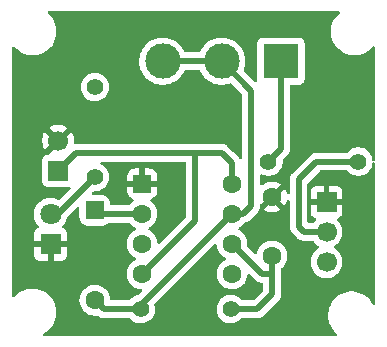
<source format=gbr>
%TF.GenerationSoftware,KiCad,Pcbnew,9.0.7*%
%TF.CreationDate,2026-01-30T20:24:23+05:30*%
%TF.ProjectId,Servo motor tester,53657276-6f20-46d6-9f74-6f7220746573,rev?*%
%TF.SameCoordinates,Original*%
%TF.FileFunction,Copper,L2,Bot*%
%TF.FilePolarity,Positive*%
%FSLAX46Y46*%
G04 Gerber Fmt 4.6, Leading zero omitted, Abs format (unit mm)*
G04 Created by KiCad (PCBNEW 9.0.7) date 2026-01-30 20:24:23*
%MOMM*%
%LPD*%
G01*
G04 APERTURE LIST*
G04 Aperture macros list*
%AMRoundRect*
0 Rectangle with rounded corners*
0 $1 Rounding radius*
0 $2 $3 $4 $5 $6 $7 $8 $9 X,Y pos of 4 corners*
0 Add a 4 corners polygon primitive as box body*
4,1,4,$2,$3,$4,$5,$6,$7,$8,$9,$2,$3,0*
0 Add four circle primitives for the rounded corners*
1,1,$1+$1,$2,$3*
1,1,$1+$1,$4,$5*
1,1,$1+$1,$6,$7*
1,1,$1+$1,$8,$9*
0 Add four rect primitives between the rounded corners*
20,1,$1+$1,$2,$3,$4,$5,0*
20,1,$1+$1,$4,$5,$6,$7,0*
20,1,$1+$1,$6,$7,$8,$9,0*
20,1,$1+$1,$8,$9,$2,$3,0*%
G04 Aperture macros list end*
%TA.AperFunction,ComponentPad*%
%ADD10C,3.000000*%
%TD*%
%TA.AperFunction,ComponentPad*%
%ADD11R,3.000000X3.000000*%
%TD*%
%TA.AperFunction,ComponentPad*%
%ADD12RoundRect,0.250000X-0.550000X-0.550000X0.550000X-0.550000X0.550000X0.550000X-0.550000X0.550000X0*%
%TD*%
%TA.AperFunction,ComponentPad*%
%ADD13C,1.600000*%
%TD*%
%TA.AperFunction,ComponentPad*%
%ADD14C,1.400000*%
%TD*%
%TA.AperFunction,ComponentPad*%
%ADD15R,1.700000X1.700000*%
%TD*%
%TA.AperFunction,ComponentPad*%
%ADD16C,1.700000*%
%TD*%
%TA.AperFunction,ComponentPad*%
%ADD17R,1.800000X1.800000*%
%TD*%
%TA.AperFunction,ComponentPad*%
%ADD18C,1.800000*%
%TD*%
%TA.AperFunction,ComponentPad*%
%ADD19RoundRect,0.250000X-0.550000X0.550000X-0.550000X-0.550000X0.550000X-0.550000X0.550000X0.550000X0*%
%TD*%
%TA.AperFunction,Conductor*%
%ADD20C,0.500000*%
%TD*%
G04 APERTURE END LIST*
D10*
%TO.P,RV1,3,3*%
%TO.N,Net-(D1-A)*%
X122500000Y-69000000D03*
%TO.P,RV1,2,2*%
X127500000Y-69000000D03*
D11*
%TO.P,RV1,1,1*%
%TO.N,Net-(R2-Pad1)*%
X132500000Y-69000000D03*
%TD*%
D12*
%TO.P,U1,1,GND*%
%TO.N,GND*%
X120750000Y-79380000D03*
D13*
%TO.P,U1,2,TRIG*%
%TO.N,Net-(D1-K)*%
X120750000Y-81920000D03*
%TO.P,U1,3,OUT*%
%TO.N,/SIG*%
X120750000Y-84460000D03*
%TO.P,U1,4,~{RST}*%
%TO.N,/VCC*%
X120750000Y-87000000D03*
%TO.P,U1,5,CONT*%
%TO.N,unconnected-(U1-CONT-Pad5)*%
X128370000Y-87000000D03*
%TO.P,U1,6,THRES*%
%TO.N,Net-(D1-K)*%
X128370000Y-84460000D03*
%TO.P,U1,7,DISCH*%
%TO.N,Net-(D1-A)*%
X128370000Y-81920000D03*
%TO.P,U1,8,VCC*%
%TO.N,/VCC*%
X128370000Y-79380000D03*
%TD*%
D14*
%TO.P,R3,2*%
%TO.N,Net-(D2-A)*%
X116750000Y-78810000D03*
%TO.P,R3,1*%
%TO.N,/VCC*%
X116750000Y-71190000D03*
%TD*%
%TO.P,R2,1*%
%TO.N,Net-(R2-Pad1)*%
X131440000Y-77500000D03*
%TO.P,R2,2*%
%TO.N,/VCC*%
X139060000Y-77500000D03*
%TD*%
%TO.P,R1,1*%
%TO.N,Net-(D1-A)*%
X120630000Y-90000000D03*
%TO.P,R1,2*%
%TO.N,Net-(D1-K)*%
X128250000Y-90000000D03*
%TD*%
D15*
%TO.P,J2,1,Pin_1*%
%TO.N,GND*%
X136365000Y-80920000D03*
D16*
%TO.P,J2,2,Pin_2*%
%TO.N,/VCC*%
X136365000Y-83460000D03*
%TO.P,J2,3,Pin_3*%
%TO.N,/SIG*%
X136365000Y-86000000D03*
%TD*%
D15*
%TO.P,J1,1,Pin_1*%
%TO.N,/VCC*%
X113635000Y-78275000D03*
D16*
%TO.P,J1,2,Pin_2*%
%TO.N,GND*%
X113635000Y-75735000D03*
%TD*%
D17*
%TO.P,D2,1,K*%
%TO.N,GND*%
X113000000Y-84500000D03*
D18*
%TO.P,D2,2,A*%
%TO.N,Net-(D2-A)*%
X113000000Y-81960000D03*
%TD*%
D19*
%TO.P,D1,1,K*%
%TO.N,Net-(D1-K)*%
X116750000Y-81630000D03*
D13*
%TO.P,D1,2,A*%
%TO.N,Net-(D1-A)*%
X116750000Y-89250000D03*
%TD*%
%TO.P,C1,1*%
%TO.N,Net-(D1-K)*%
X131750000Y-85500000D03*
%TO.P,C1,2*%
%TO.N,GND*%
X131750000Y-80500000D03*
%TD*%
D20*
%TO.N,Net-(D1-A)*%
X130000000Y-71500000D02*
X127500000Y-69000000D01*
X130000000Y-81250000D02*
X130000000Y-71500000D01*
X129330000Y-81920000D02*
X130000000Y-81250000D01*
X128370000Y-81920000D02*
X129330000Y-81920000D01*
X122500000Y-69000000D02*
X127500000Y-69000000D01*
X120630000Y-89660000D02*
X120630000Y-90000000D01*
X128370000Y-81920000D02*
X120630000Y-89660000D01*
%TO.N,Net-(D1-K)*%
X130910000Y-87000000D02*
X131750000Y-87000000D01*
X128370000Y-84460000D02*
X130910000Y-87000000D01*
X131750000Y-87000000D02*
X131750000Y-88750000D01*
%TO.N,/VCC*%
X125250000Y-82500000D02*
X125250000Y-76750000D01*
X120750000Y-87000000D02*
X125250000Y-82500000D01*
X125250000Y-76750000D02*
X115160000Y-76750000D01*
X115160000Y-76750000D02*
X113635000Y-78275000D01*
X128370000Y-77620000D02*
X127500000Y-76750000D01*
X127500000Y-76750000D02*
X125250000Y-76750000D01*
X128370000Y-79380000D02*
X128370000Y-77620000D01*
%TO.N,Net-(D2-A)*%
X113600000Y-81960000D02*
X113000000Y-81960000D01*
X116750000Y-78810000D02*
X113600000Y-81960000D01*
%TO.N,Net-(D1-K)*%
X117040000Y-81920000D02*
X116750000Y-81630000D01*
X120750000Y-81920000D02*
X117040000Y-81920000D01*
%TO.N,Net-(D1-A)*%
X117500000Y-90000000D02*
X116750000Y-89250000D01*
X120630000Y-90000000D02*
X117500000Y-90000000D01*
%TO.N,Net-(D1-K)*%
X130500000Y-90000000D02*
X128250000Y-90000000D01*
X131750000Y-88750000D02*
X130500000Y-90000000D01*
X131750000Y-85500000D02*
X131750000Y-87000000D01*
%TO.N,/VCC*%
X135500000Y-77500000D02*
X139060000Y-77500000D01*
X134000000Y-79000000D02*
X135500000Y-77500000D01*
X134460000Y-83460000D02*
X134000000Y-83000000D01*
X134000000Y-83000000D02*
X134000000Y-79000000D01*
X136365000Y-83460000D02*
X134460000Y-83460000D01*
%TO.N,Net-(R2-Pad1)*%
X132500000Y-76440000D02*
X131440000Y-77500000D01*
X132500000Y-69000000D02*
X132500000Y-76440000D01*
%TD*%
%TA.AperFunction,Conductor*%
%TO.N,GND*%
G36*
X137445561Y-64770185D02*
G01*
X137491316Y-64822989D01*
X137501260Y-64892147D01*
X137472235Y-64955703D01*
X137454015Y-64972869D01*
X137428149Y-64992718D01*
X137428139Y-64992726D01*
X137242726Y-65178140D01*
X137242718Y-65178148D01*
X137083075Y-65386196D01*
X136951958Y-65613299D01*
X136951953Y-65613309D01*
X136851605Y-65855571D01*
X136851602Y-65855581D01*
X136783730Y-66108885D01*
X136749500Y-66368872D01*
X136749500Y-66631127D01*
X136770436Y-66790140D01*
X136783730Y-66891116D01*
X136851076Y-67142455D01*
X136851602Y-67144418D01*
X136851605Y-67144428D01*
X136951953Y-67386690D01*
X136951958Y-67386700D01*
X137083075Y-67613803D01*
X137242718Y-67821851D01*
X137242726Y-67821860D01*
X137428140Y-68007274D01*
X137428148Y-68007281D01*
X137636196Y-68166924D01*
X137863299Y-68298041D01*
X137863309Y-68298046D01*
X138105571Y-68398394D01*
X138105581Y-68398398D01*
X138358884Y-68466270D01*
X138618880Y-68500500D01*
X138618887Y-68500500D01*
X138881113Y-68500500D01*
X138881120Y-68500500D01*
X139141116Y-68466270D01*
X139394419Y-68398398D01*
X139636697Y-68298043D01*
X139863803Y-68166924D01*
X140071851Y-68007282D01*
X140071855Y-68007277D01*
X140071860Y-68007274D01*
X140257273Y-67821860D01*
X140257282Y-67821851D01*
X140277126Y-67795988D01*
X140333552Y-67754789D01*
X140403298Y-67750634D01*
X140464219Y-67784847D01*
X140496971Y-67846564D01*
X140499500Y-67871478D01*
X140499500Y-77338933D01*
X140479815Y-77405972D01*
X140427011Y-77451727D01*
X140357853Y-77461671D01*
X140294297Y-77432646D01*
X140256523Y-77373868D01*
X140253027Y-77358331D01*
X140230940Y-77218881D01*
X140181738Y-77067455D01*
X140172547Y-77039168D01*
X140172545Y-77039165D01*
X140172545Y-77039163D01*
X140112677Y-76921666D01*
X140086760Y-76870801D01*
X139975690Y-76717927D01*
X139842073Y-76584310D01*
X139689199Y-76473240D01*
X139520836Y-76387454D01*
X139341118Y-76329059D01*
X139154486Y-76299500D01*
X139154481Y-76299500D01*
X138965519Y-76299500D01*
X138965514Y-76299500D01*
X138778881Y-76329059D01*
X138599163Y-76387454D01*
X138430800Y-76473240D01*
X138343579Y-76536610D01*
X138277927Y-76584310D01*
X138277925Y-76584312D01*
X138277924Y-76584312D01*
X138149056Y-76713181D01*
X138087733Y-76746666D01*
X138061375Y-76749500D01*
X135426080Y-76749500D01*
X135281092Y-76778340D01*
X135281082Y-76778343D01*
X135144511Y-76834912D01*
X135144498Y-76834919D01*
X135021584Y-76917048D01*
X135021580Y-76917051D01*
X133417052Y-78521578D01*
X133417049Y-78521581D01*
X133386812Y-78566834D01*
X133386813Y-78566835D01*
X133334913Y-78644508D01*
X133278343Y-78781082D01*
X133278340Y-78781092D01*
X133249500Y-78926079D01*
X133249500Y-80125191D01*
X133229815Y-80192230D01*
X133177011Y-80237985D01*
X133107853Y-80247929D01*
X133044297Y-80218904D01*
X133007569Y-80163510D01*
X132954755Y-80000968D01*
X132861859Y-79818650D01*
X132829474Y-79774077D01*
X132829474Y-79774076D01*
X132150000Y-80453551D01*
X132150000Y-80447339D01*
X132122741Y-80345606D01*
X132070080Y-80254394D01*
X131995606Y-80179920D01*
X131904394Y-80127259D01*
X131802661Y-80100000D01*
X131796446Y-80100000D01*
X132475922Y-79420524D01*
X132475921Y-79420523D01*
X132431359Y-79388147D01*
X132431350Y-79388141D01*
X132249031Y-79295244D01*
X132054417Y-79232009D01*
X131852317Y-79200000D01*
X131647683Y-79200000D01*
X131445582Y-79232009D01*
X131250968Y-79295244D01*
X131068647Y-79388142D01*
X130947385Y-79476244D01*
X130881579Y-79499724D01*
X130813525Y-79483898D01*
X130764830Y-79433793D01*
X130750500Y-79375926D01*
X130750500Y-78698384D01*
X130770185Y-78631345D01*
X130822989Y-78585590D01*
X130892147Y-78575646D01*
X130930794Y-78587899D01*
X130948002Y-78596667D01*
X130979161Y-78612544D01*
X130979164Y-78612544D01*
X130979168Y-78612547D01*
X131103291Y-78652877D01*
X131158881Y-78670940D01*
X131345514Y-78700500D01*
X131345519Y-78700500D01*
X131534486Y-78700500D01*
X131721118Y-78670940D01*
X131900832Y-78612547D01*
X132069199Y-78526760D01*
X132222073Y-78415690D01*
X132355690Y-78282073D01*
X132466760Y-78129199D01*
X132552547Y-77960832D01*
X132610940Y-77781118D01*
X132618247Y-77734985D01*
X132640500Y-77594486D01*
X132640500Y-77412228D01*
X132660185Y-77345189D01*
X132676819Y-77324547D01*
X132859783Y-77141584D01*
X133082951Y-76918416D01*
X133165084Y-76795495D01*
X133221658Y-76658913D01*
X133231096Y-76611462D01*
X133250500Y-76513920D01*
X133250500Y-71124499D01*
X133270185Y-71057460D01*
X133322989Y-71011705D01*
X133374500Y-71000499D01*
X134047871Y-71000499D01*
X134047872Y-71000499D01*
X134107483Y-70994091D01*
X134242331Y-70943796D01*
X134357546Y-70857546D01*
X134443796Y-70742331D01*
X134494091Y-70607483D01*
X134500500Y-70547873D01*
X134500499Y-67452128D01*
X134494091Y-67392517D01*
X134491921Y-67386700D01*
X134443797Y-67257671D01*
X134443793Y-67257664D01*
X134357547Y-67142455D01*
X134357544Y-67142452D01*
X134242335Y-67056206D01*
X134242328Y-67056202D01*
X134107482Y-67005908D01*
X134107483Y-67005908D01*
X134047883Y-66999501D01*
X134047881Y-66999500D01*
X134047873Y-66999500D01*
X134047864Y-66999500D01*
X130952129Y-66999500D01*
X130952123Y-66999501D01*
X130892516Y-67005908D01*
X130757671Y-67056202D01*
X130757664Y-67056206D01*
X130642455Y-67142452D01*
X130642452Y-67142455D01*
X130556206Y-67257664D01*
X130556202Y-67257671D01*
X130505908Y-67392517D01*
X130499501Y-67452116D01*
X130499501Y-67452123D01*
X130499500Y-67452135D01*
X130499500Y-70547870D01*
X130499501Y-70547876D01*
X130505909Y-70607485D01*
X130507207Y-70610966D01*
X130507413Y-70613851D01*
X130507692Y-70615031D01*
X130507500Y-70615076D01*
X130512188Y-70680658D01*
X130478699Y-70741979D01*
X130417374Y-70775461D01*
X130347683Y-70770472D01*
X130303342Y-70741974D01*
X129400570Y-69839202D01*
X129367085Y-69777879D01*
X129372069Y-69708187D01*
X129373690Y-69704068D01*
X129398398Y-69644419D01*
X129466270Y-69391116D01*
X129500500Y-69131120D01*
X129500500Y-68868880D01*
X129466270Y-68608884D01*
X129398398Y-68355581D01*
X129346304Y-68229815D01*
X129298046Y-68113309D01*
X129298041Y-68113299D01*
X129166924Y-67886196D01*
X129007281Y-67678148D01*
X129007274Y-67678140D01*
X128821860Y-67492726D01*
X128821851Y-67492718D01*
X128613803Y-67333075D01*
X128386700Y-67201958D01*
X128386690Y-67201953D01*
X128144428Y-67101605D01*
X128144421Y-67101603D01*
X128144419Y-67101602D01*
X127891116Y-67033730D01*
X127833339Y-67026123D01*
X127631127Y-66999500D01*
X127631120Y-66999500D01*
X127368880Y-66999500D01*
X127368872Y-66999500D01*
X127137772Y-67029926D01*
X127108884Y-67033730D01*
X126855581Y-67101602D01*
X126855571Y-67101605D01*
X126613309Y-67201953D01*
X126613299Y-67201958D01*
X126386196Y-67333075D01*
X126178148Y-67492718D01*
X125992718Y-67678148D01*
X125833075Y-67886196D01*
X125701958Y-68113299D01*
X125701954Y-68113309D01*
X125677249Y-68172953D01*
X125633408Y-68227356D01*
X125567114Y-68249421D01*
X125562688Y-68249500D01*
X124437312Y-68249500D01*
X124370273Y-68229815D01*
X124324518Y-68177011D01*
X124322751Y-68172953D01*
X124298045Y-68113309D01*
X124298041Y-68113299D01*
X124166924Y-67886196D01*
X124007281Y-67678148D01*
X124007274Y-67678140D01*
X123821860Y-67492726D01*
X123821851Y-67492718D01*
X123613803Y-67333075D01*
X123386700Y-67201958D01*
X123386690Y-67201953D01*
X123144428Y-67101605D01*
X123144421Y-67101603D01*
X123144419Y-67101602D01*
X122891116Y-67033730D01*
X122833339Y-67026123D01*
X122631127Y-66999500D01*
X122631120Y-66999500D01*
X122368880Y-66999500D01*
X122368872Y-66999500D01*
X122137772Y-67029926D01*
X122108884Y-67033730D01*
X121855581Y-67101602D01*
X121855571Y-67101605D01*
X121613309Y-67201953D01*
X121613299Y-67201958D01*
X121386196Y-67333075D01*
X121178148Y-67492718D01*
X120992718Y-67678148D01*
X120833075Y-67886196D01*
X120701958Y-68113299D01*
X120701953Y-68113309D01*
X120601605Y-68355571D01*
X120601602Y-68355581D01*
X120571944Y-68466269D01*
X120533730Y-68608885D01*
X120499500Y-68868872D01*
X120499500Y-69131127D01*
X120526123Y-69333339D01*
X120533730Y-69391116D01*
X120601602Y-69644418D01*
X120601605Y-69644428D01*
X120701953Y-69886690D01*
X120701958Y-69886700D01*
X120833075Y-70113803D01*
X120992718Y-70321851D01*
X120992726Y-70321860D01*
X121178140Y-70507274D01*
X121178148Y-70507281D01*
X121386196Y-70666924D01*
X121613299Y-70798041D01*
X121613309Y-70798046D01*
X121853403Y-70897496D01*
X121855581Y-70898398D01*
X122108884Y-70966270D01*
X122357188Y-70998960D01*
X122368864Y-71000498D01*
X122368880Y-71000500D01*
X122368887Y-71000500D01*
X122631113Y-71000500D01*
X122631120Y-71000500D01*
X122891116Y-70966270D01*
X123144419Y-70898398D01*
X123386697Y-70798043D01*
X123613803Y-70666924D01*
X123821851Y-70507282D01*
X123821855Y-70507277D01*
X123821860Y-70507274D01*
X124007274Y-70321860D01*
X124007277Y-70321855D01*
X124007282Y-70321851D01*
X124166924Y-70113803D01*
X124298043Y-69886697D01*
X124322751Y-69827047D01*
X124366592Y-69772644D01*
X124432886Y-69750579D01*
X124437312Y-69750500D01*
X125562688Y-69750500D01*
X125629727Y-69770185D01*
X125675482Y-69822989D01*
X125677249Y-69827047D01*
X125701954Y-69886690D01*
X125701958Y-69886700D01*
X125833075Y-70113803D01*
X125992718Y-70321851D01*
X125992726Y-70321860D01*
X126178140Y-70507274D01*
X126178148Y-70507281D01*
X126386196Y-70666924D01*
X126613299Y-70798041D01*
X126613309Y-70798046D01*
X126853403Y-70897496D01*
X126855581Y-70898398D01*
X127108884Y-70966270D01*
X127357188Y-70998960D01*
X127368864Y-71000498D01*
X127368880Y-71000500D01*
X127368887Y-71000500D01*
X127631113Y-71000500D01*
X127631120Y-71000500D01*
X127891116Y-70966270D01*
X128144419Y-70898398D01*
X128204068Y-70873689D01*
X128273537Y-70866221D01*
X128336016Y-70897496D01*
X128339202Y-70900570D01*
X129213181Y-71774549D01*
X129246666Y-71835872D01*
X129249500Y-71862230D01*
X129249500Y-77176627D01*
X129229815Y-77243666D01*
X129177011Y-77289421D01*
X129107853Y-77299365D01*
X129044297Y-77270340D01*
X129022399Y-77245519D01*
X128980405Y-77182672D01*
X128980404Y-77182670D01*
X128971252Y-77168974D01*
X128952952Y-77141584D01*
X128470275Y-76658907D01*
X127978421Y-76167052D01*
X127978414Y-76167046D01*
X127904729Y-76117812D01*
X127904729Y-76117813D01*
X127855491Y-76084913D01*
X127718917Y-76028343D01*
X127718907Y-76028340D01*
X127573920Y-75999500D01*
X127573918Y-75999500D01*
X125323918Y-75999500D01*
X115105120Y-75999500D01*
X115038081Y-75979815D01*
X114992326Y-75927011D01*
X114982382Y-75857853D01*
X114982647Y-75856102D01*
X114985000Y-75841245D01*
X114985000Y-75628753D01*
X114951757Y-75418872D01*
X114951757Y-75418869D01*
X114886095Y-75216782D01*
X114789624Y-75027449D01*
X114750270Y-74973282D01*
X114750269Y-74973282D01*
X114117962Y-75605590D01*
X114100925Y-75542007D01*
X114035099Y-75427993D01*
X113942007Y-75334901D01*
X113827993Y-75269075D01*
X113764409Y-75252037D01*
X114396716Y-74619728D01*
X114342550Y-74580375D01*
X114153217Y-74483904D01*
X113951129Y-74418242D01*
X113741246Y-74385000D01*
X113528754Y-74385000D01*
X113318872Y-74418242D01*
X113318869Y-74418242D01*
X113116782Y-74483904D01*
X112927439Y-74580380D01*
X112873282Y-74619727D01*
X112873282Y-74619728D01*
X113505591Y-75252037D01*
X113442007Y-75269075D01*
X113327993Y-75334901D01*
X113234901Y-75427993D01*
X113169075Y-75542007D01*
X113152037Y-75605591D01*
X112519728Y-74973282D01*
X112519727Y-74973282D01*
X112480380Y-75027439D01*
X112383904Y-75216782D01*
X112318242Y-75418869D01*
X112318242Y-75418872D01*
X112285000Y-75628753D01*
X112285000Y-75841246D01*
X112318242Y-76051127D01*
X112318242Y-76051130D01*
X112383904Y-76253217D01*
X112480375Y-76442550D01*
X112519728Y-76496716D01*
X113152037Y-75864408D01*
X113169075Y-75927993D01*
X113234901Y-76042007D01*
X113327993Y-76135099D01*
X113442007Y-76200925D01*
X113505590Y-76217962D01*
X112835370Y-76888181D01*
X112774047Y-76921666D01*
X112747698Y-76924500D01*
X112737134Y-76924500D01*
X112737123Y-76924501D01*
X112677516Y-76930908D01*
X112542671Y-76981202D01*
X112542664Y-76981206D01*
X112427455Y-77067452D01*
X112427452Y-77067455D01*
X112341206Y-77182664D01*
X112341203Y-77182670D01*
X112290908Y-77317517D01*
X112284501Y-77377116D01*
X112284500Y-77377135D01*
X112284500Y-79172870D01*
X112284501Y-79172876D01*
X112290908Y-79232483D01*
X112341202Y-79367328D01*
X112341206Y-79367335D01*
X112427452Y-79482544D01*
X112427455Y-79482547D01*
X112542664Y-79568793D01*
X112542671Y-79568797D01*
X112677517Y-79619091D01*
X112677516Y-79619091D01*
X112684444Y-79619835D01*
X112737127Y-79625500D01*
X114532872Y-79625499D01*
X114532875Y-79625498D01*
X114532885Y-79625498D01*
X114552309Y-79623409D01*
X114564638Y-79622084D01*
X114633398Y-79634488D01*
X114684536Y-79682098D01*
X114701816Y-79749797D01*
X114679752Y-79816092D01*
X114665576Y-79833054D01*
X113799332Y-80699298D01*
X113738009Y-80732783D01*
X113668317Y-80727799D01*
X113655356Y-80722102D01*
X113537606Y-80662104D01*
X113537603Y-80662103D01*
X113327952Y-80593985D01*
X113219086Y-80576742D01*
X113110222Y-80559500D01*
X112889778Y-80559500D01*
X112817201Y-80570995D01*
X112672047Y-80593985D01*
X112462396Y-80662103D01*
X112462393Y-80662104D01*
X112265974Y-80762187D01*
X112087641Y-80891752D01*
X112087636Y-80891756D01*
X111931756Y-81047636D01*
X111931752Y-81047641D01*
X111802187Y-81225974D01*
X111702104Y-81422393D01*
X111702103Y-81422396D01*
X111633985Y-81632047D01*
X111599500Y-81849778D01*
X111599500Y-82070221D01*
X111633985Y-82287952D01*
X111702103Y-82497603D01*
X111702104Y-82497606D01*
X111755098Y-82601610D01*
X111800041Y-82689815D01*
X111802187Y-82694025D01*
X111931752Y-82872358D01*
X111931756Y-82872363D01*
X111982316Y-82922923D01*
X112015801Y-82984246D01*
X112010817Y-83053938D01*
X111968945Y-83109871D01*
X111937969Y-83126785D01*
X111857918Y-83156643D01*
X111857906Y-83156649D01*
X111742812Y-83242809D01*
X111742809Y-83242812D01*
X111656649Y-83357906D01*
X111656645Y-83357913D01*
X111606403Y-83492620D01*
X111606401Y-83492627D01*
X111600000Y-83552155D01*
X111600000Y-84250000D01*
X112624722Y-84250000D01*
X112580667Y-84326306D01*
X112550000Y-84440756D01*
X112550000Y-84559244D01*
X112580667Y-84673694D01*
X112624722Y-84750000D01*
X111600000Y-84750000D01*
X111600000Y-85447844D01*
X111606401Y-85507372D01*
X111606403Y-85507379D01*
X111656645Y-85642086D01*
X111656649Y-85642093D01*
X111742809Y-85757187D01*
X111742812Y-85757190D01*
X111857906Y-85843350D01*
X111857913Y-85843354D01*
X111992620Y-85893596D01*
X111992627Y-85893598D01*
X112052155Y-85899999D01*
X112052172Y-85900000D01*
X112750000Y-85900000D01*
X112750000Y-84875277D01*
X112826306Y-84919333D01*
X112940756Y-84950000D01*
X113059244Y-84950000D01*
X113173694Y-84919333D01*
X113250000Y-84875277D01*
X113250000Y-85900000D01*
X113947828Y-85900000D01*
X113947844Y-85899999D01*
X114007372Y-85893598D01*
X114007379Y-85893596D01*
X114142086Y-85843354D01*
X114142093Y-85843350D01*
X114257187Y-85757190D01*
X114257190Y-85757187D01*
X114343350Y-85642093D01*
X114343354Y-85642086D01*
X114393596Y-85507379D01*
X114393598Y-85507372D01*
X114399999Y-85447844D01*
X114400000Y-85447827D01*
X114400000Y-84750000D01*
X113375278Y-84750000D01*
X113419333Y-84673694D01*
X113450000Y-84559244D01*
X113450000Y-84440756D01*
X113419333Y-84326306D01*
X113375278Y-84250000D01*
X114400000Y-84250000D01*
X114400000Y-83552172D01*
X114399999Y-83552155D01*
X114393598Y-83492627D01*
X114393596Y-83492620D01*
X114343354Y-83357913D01*
X114343350Y-83357906D01*
X114257190Y-83242812D01*
X114257187Y-83242809D01*
X114142093Y-83156649D01*
X114142087Y-83156646D01*
X114062030Y-83126786D01*
X114006097Y-83084914D01*
X113981680Y-83019450D01*
X113996532Y-82951177D01*
X114017681Y-82922925D01*
X114068242Y-82872365D01*
X114197815Y-82694022D01*
X114297895Y-82497606D01*
X114323364Y-82419219D01*
X114366015Y-82287952D01*
X114367153Y-82283212D01*
X114368449Y-82283523D01*
X114395772Y-82225881D01*
X114400623Y-82220743D01*
X115237821Y-81383545D01*
X115299142Y-81350062D01*
X115368834Y-81355046D01*
X115424767Y-81396918D01*
X115449184Y-81462382D01*
X115449500Y-81471228D01*
X115449500Y-82230001D01*
X115449501Y-82230019D01*
X115460000Y-82332796D01*
X115460001Y-82332799D01*
X115515185Y-82499331D01*
X115515187Y-82499336D01*
X115542087Y-82542948D01*
X115607288Y-82648656D01*
X115731344Y-82772712D01*
X115880666Y-82864814D01*
X116047203Y-82919999D01*
X116149991Y-82930500D01*
X117350008Y-82930499D01*
X117452797Y-82919999D01*
X117619334Y-82864814D01*
X117768656Y-82772712D01*
X117834549Y-82706819D01*
X117895872Y-82673334D01*
X117922230Y-82670500D01*
X119624582Y-82670500D01*
X119691621Y-82690185D01*
X119724900Y-82721615D01*
X119758028Y-82767212D01*
X119758032Y-82767217D01*
X119902786Y-82911971D01*
X120050721Y-83019450D01*
X120068390Y-83032287D01*
X120150099Y-83073920D01*
X120161080Y-83079515D01*
X120211876Y-83127490D01*
X120228671Y-83195311D01*
X120206134Y-83261446D01*
X120161080Y-83300485D01*
X120068386Y-83347715D01*
X119902786Y-83468028D01*
X119758028Y-83612786D01*
X119637715Y-83778386D01*
X119544781Y-83960776D01*
X119481522Y-84155465D01*
X119449500Y-84357648D01*
X119449500Y-84562351D01*
X119481522Y-84764534D01*
X119544781Y-84959223D01*
X119637715Y-85141613D01*
X119758028Y-85307213D01*
X119902786Y-85451971D01*
X120057749Y-85564556D01*
X120068390Y-85572287D01*
X120127396Y-85602352D01*
X120161080Y-85619515D01*
X120211876Y-85667490D01*
X120228671Y-85735311D01*
X120206134Y-85801446D01*
X120161080Y-85840485D01*
X120068386Y-85887715D01*
X119902786Y-86008028D01*
X119758028Y-86152786D01*
X119637715Y-86318386D01*
X119544781Y-86500776D01*
X119481522Y-86695465D01*
X119449500Y-86897648D01*
X119449500Y-87102351D01*
X119481522Y-87304534D01*
X119544781Y-87499223D01*
X119637715Y-87681613D01*
X119758028Y-87847213D01*
X119902786Y-87991971D01*
X120057749Y-88104556D01*
X120068390Y-88112287D01*
X120184607Y-88171503D01*
X120250776Y-88205218D01*
X120250778Y-88205218D01*
X120250781Y-88205220D01*
X120445466Y-88268477D01*
X120647648Y-88300500D01*
X120647652Y-88300500D01*
X120649414Y-88300779D01*
X120712548Y-88330708D01*
X120749480Y-88390019D01*
X120748482Y-88459882D01*
X120717697Y-88510933D01*
X120437600Y-88791030D01*
X120376277Y-88824515D01*
X120369322Y-88825822D01*
X120348882Y-88829060D01*
X120169165Y-88887454D01*
X120000800Y-88973240D01*
X119913579Y-89036610D01*
X119847927Y-89084310D01*
X119847925Y-89084312D01*
X119847924Y-89084312D01*
X119719056Y-89213181D01*
X119657733Y-89246666D01*
X119631375Y-89249500D01*
X118172537Y-89249500D01*
X118105498Y-89229815D01*
X118059743Y-89177011D01*
X118050064Y-89144898D01*
X118048686Y-89136196D01*
X118018477Y-88945466D01*
X117955220Y-88750781D01*
X117955218Y-88750778D01*
X117955218Y-88750776D01*
X117921503Y-88684607D01*
X117862287Y-88568390D01*
X117837105Y-88533730D01*
X117741971Y-88402786D01*
X117597213Y-88258028D01*
X117431613Y-88137715D01*
X117431612Y-88137714D01*
X117431610Y-88137713D01*
X117374653Y-88108691D01*
X117249223Y-88044781D01*
X117054534Y-87981522D01*
X116879995Y-87953878D01*
X116852352Y-87949500D01*
X116647648Y-87949500D01*
X116623329Y-87953351D01*
X116445465Y-87981522D01*
X116250776Y-88044781D01*
X116068386Y-88137715D01*
X115902786Y-88258028D01*
X115758028Y-88402786D01*
X115637715Y-88568386D01*
X115544781Y-88750776D01*
X115481522Y-88945465D01*
X115456177Y-89105490D01*
X115449500Y-89147648D01*
X115449500Y-89352352D01*
X115452061Y-89368520D01*
X115481522Y-89554534D01*
X115544781Y-89749223D01*
X115637715Y-89931613D01*
X115758028Y-90097213D01*
X115902786Y-90241971D01*
X116048681Y-90347968D01*
X116068390Y-90362287D01*
X116146394Y-90402032D01*
X116250776Y-90455218D01*
X116250778Y-90455218D01*
X116250781Y-90455220D01*
X116355137Y-90489127D01*
X116445465Y-90518477D01*
X116529564Y-90531797D01*
X116647648Y-90550500D01*
X116647649Y-90550500D01*
X116852350Y-90550500D01*
X116852352Y-90550500D01*
X116908026Y-90541681D01*
X116977318Y-90550635D01*
X117015105Y-90576473D01*
X117021580Y-90582948D01*
X117021584Y-90582951D01*
X117144498Y-90665080D01*
X117144511Y-90665087D01*
X117279887Y-90721161D01*
X117281087Y-90721658D01*
X117281091Y-90721658D01*
X117281092Y-90721659D01*
X117426079Y-90750500D01*
X117426082Y-90750500D01*
X119631375Y-90750500D01*
X119698414Y-90770185D01*
X119719056Y-90786819D01*
X119847927Y-90915690D01*
X120000801Y-91026760D01*
X120080347Y-91067290D01*
X120169163Y-91112545D01*
X120169165Y-91112545D01*
X120169168Y-91112547D01*
X120235427Y-91134076D01*
X120348881Y-91170940D01*
X120535514Y-91200500D01*
X120535519Y-91200500D01*
X120724486Y-91200500D01*
X120911118Y-91170940D01*
X121090832Y-91112547D01*
X121259199Y-91026760D01*
X121412073Y-90915690D01*
X121545690Y-90782073D01*
X121656760Y-90629199D01*
X121742547Y-90460832D01*
X121800940Y-90281118D01*
X121826636Y-90118880D01*
X121830500Y-90094486D01*
X121830500Y-89905513D01*
X121805745Y-89749223D01*
X121800940Y-89718882D01*
X121783108Y-89664004D01*
X121781114Y-89594166D01*
X121813357Y-89538009D01*
X126859068Y-84492298D01*
X126920389Y-84458815D01*
X126990081Y-84463799D01*
X127046014Y-84505671D01*
X127069220Y-84560583D01*
X127101522Y-84764534D01*
X127164781Y-84959223D01*
X127257715Y-85141613D01*
X127378028Y-85307213D01*
X127522786Y-85451971D01*
X127677749Y-85564556D01*
X127688390Y-85572287D01*
X127747396Y-85602352D01*
X127781080Y-85619515D01*
X127831876Y-85667490D01*
X127848671Y-85735311D01*
X127826134Y-85801446D01*
X127781080Y-85840485D01*
X127688386Y-85887715D01*
X127522786Y-86008028D01*
X127378028Y-86152786D01*
X127257715Y-86318386D01*
X127164781Y-86500776D01*
X127101522Y-86695465D01*
X127069500Y-86897648D01*
X127069500Y-87102351D01*
X127101522Y-87304534D01*
X127164781Y-87499223D01*
X127257715Y-87681613D01*
X127378028Y-87847213D01*
X127522786Y-87991971D01*
X127677749Y-88104556D01*
X127688390Y-88112287D01*
X127804607Y-88171503D01*
X127870776Y-88205218D01*
X127870778Y-88205218D01*
X127870781Y-88205220D01*
X127975137Y-88239127D01*
X128065465Y-88268477D01*
X128161768Y-88283730D01*
X128267648Y-88300500D01*
X128267649Y-88300500D01*
X128472351Y-88300500D01*
X128472352Y-88300500D01*
X128674534Y-88268477D01*
X128869219Y-88205220D01*
X129051610Y-88112287D01*
X129144590Y-88044732D01*
X129217213Y-87991971D01*
X129217215Y-87991968D01*
X129217219Y-87991966D01*
X129361966Y-87847219D01*
X129361968Y-87847215D01*
X129361971Y-87847213D01*
X129432236Y-87750500D01*
X129482287Y-87681610D01*
X129575220Y-87499219D01*
X129638477Y-87304534D01*
X129670500Y-87102352D01*
X129670500Y-87102345D01*
X129670779Y-87100584D01*
X129700708Y-87037449D01*
X129760019Y-87000517D01*
X129829882Y-87001515D01*
X129880933Y-87032300D01*
X130327048Y-87478415D01*
X130327049Y-87478416D01*
X130431584Y-87582951D01*
X130431585Y-87582952D01*
X130554498Y-87665080D01*
X130554511Y-87665087D01*
X130691082Y-87721656D01*
X130691087Y-87721658D01*
X130691091Y-87721658D01*
X130691092Y-87721659D01*
X130836079Y-87750500D01*
X130836082Y-87750500D01*
X130875500Y-87750500D01*
X130942539Y-87770185D01*
X130988294Y-87822989D01*
X130999500Y-87874500D01*
X130999500Y-88387770D01*
X130979815Y-88454809D01*
X130963181Y-88475451D01*
X130225451Y-89213181D01*
X130164128Y-89246666D01*
X130137770Y-89249500D01*
X129248625Y-89249500D01*
X129181586Y-89229815D01*
X129160944Y-89213181D01*
X129032075Y-89084312D01*
X129032073Y-89084310D01*
X128879199Y-88973240D01*
X128870695Y-88968907D01*
X128710836Y-88887454D01*
X128531118Y-88829059D01*
X128344486Y-88799500D01*
X128344481Y-88799500D01*
X128155519Y-88799500D01*
X128155514Y-88799500D01*
X127968881Y-88829059D01*
X127789163Y-88887454D01*
X127620800Y-88973240D01*
X127533579Y-89036610D01*
X127467927Y-89084310D01*
X127467925Y-89084312D01*
X127467924Y-89084312D01*
X127334312Y-89217924D01*
X127334312Y-89217925D01*
X127334310Y-89217927D01*
X127289776Y-89279223D01*
X127223240Y-89370800D01*
X127137454Y-89539163D01*
X127079059Y-89718881D01*
X127049500Y-89905513D01*
X127049500Y-90094486D01*
X127079059Y-90281118D01*
X127137454Y-90460836D01*
X127207327Y-90597968D01*
X127223240Y-90629199D01*
X127334310Y-90782073D01*
X127467927Y-90915690D01*
X127620801Y-91026760D01*
X127700347Y-91067290D01*
X127789163Y-91112545D01*
X127789165Y-91112545D01*
X127789168Y-91112547D01*
X127855427Y-91134076D01*
X127968881Y-91170940D01*
X128155514Y-91200500D01*
X128155519Y-91200500D01*
X128344486Y-91200500D01*
X128531118Y-91170940D01*
X128710832Y-91112547D01*
X128879199Y-91026760D01*
X129032073Y-90915690D01*
X129160944Y-90786819D01*
X129222267Y-90753334D01*
X129248625Y-90750500D01*
X130573920Y-90750500D01*
X130671462Y-90731096D01*
X130718913Y-90721658D01*
X130855495Y-90665084D01*
X130909201Y-90629199D01*
X130909201Y-90629198D01*
X130909203Y-90629198D01*
X130955942Y-90597968D01*
X130978416Y-90582952D01*
X132332952Y-89228416D01*
X132343131Y-89213181D01*
X132386917Y-89147650D01*
X132386918Y-89147648D01*
X132415084Y-89105495D01*
X132471658Y-88968913D01*
X132489639Y-88878521D01*
X132500500Y-88823920D01*
X132500500Y-86625416D01*
X132520185Y-86558377D01*
X132551613Y-86525099D01*
X132597219Y-86491966D01*
X132741966Y-86347219D01*
X132741968Y-86347215D01*
X132741971Y-86347213D01*
X132794732Y-86274590D01*
X132862287Y-86181610D01*
X132955220Y-85999219D01*
X133018477Y-85804534D01*
X133050500Y-85602352D01*
X133050500Y-85397648D01*
X133033795Y-85292179D01*
X133018477Y-85195465D01*
X132955218Y-85000776D01*
X132883534Y-84860090D01*
X132862287Y-84818390D01*
X132843486Y-84792512D01*
X132741971Y-84652786D01*
X132597213Y-84508028D01*
X132431613Y-84387715D01*
X132431612Y-84387714D01*
X132431610Y-84387713D01*
X132337560Y-84339792D01*
X132249223Y-84294781D01*
X132054534Y-84231522D01*
X131879995Y-84203878D01*
X131852352Y-84199500D01*
X131647648Y-84199500D01*
X131623329Y-84203351D01*
X131445465Y-84231522D01*
X131250776Y-84294781D01*
X131068386Y-84387715D01*
X130902786Y-84508028D01*
X130758028Y-84652786D01*
X130637715Y-84818386D01*
X130544781Y-85000776D01*
X130481523Y-85195464D01*
X130476566Y-85226762D01*
X130446636Y-85289896D01*
X130387325Y-85326827D01*
X130317462Y-85325829D01*
X130266412Y-85295044D01*
X129696473Y-84725106D01*
X129662988Y-84663783D01*
X129661681Y-84618028D01*
X129670500Y-84562352D01*
X129670500Y-84357648D01*
X129653450Y-84250000D01*
X129638477Y-84155465D01*
X129580949Y-83978414D01*
X129575220Y-83960781D01*
X129575218Y-83960778D01*
X129575218Y-83960776D01*
X129541503Y-83894607D01*
X129482287Y-83778390D01*
X129474556Y-83767749D01*
X129361971Y-83612786D01*
X129217213Y-83468028D01*
X129051614Y-83347715D01*
X129009025Y-83326015D01*
X128958917Y-83300483D01*
X128908123Y-83252511D01*
X128891328Y-83184690D01*
X128913865Y-83118555D01*
X128958917Y-83079516D01*
X129051610Y-83032287D01*
X129072770Y-83016913D01*
X129217213Y-82911971D01*
X129217215Y-82911968D01*
X129217219Y-82911966D01*
X129361966Y-82767219D01*
X129408493Y-82703177D01*
X129463821Y-82660513D01*
X129484608Y-82654448D01*
X129548913Y-82641658D01*
X129685495Y-82585084D01*
X129748552Y-82542951D01*
X129808416Y-82502952D01*
X130582951Y-81728416D01*
X130601211Y-81701088D01*
X130665084Y-81605495D01*
X130721658Y-81468913D01*
X130750500Y-81323918D01*
X130750500Y-81197308D01*
X130770185Y-81130269D01*
X130786819Y-81109627D01*
X131350000Y-80546446D01*
X131350000Y-80552661D01*
X131377259Y-80654394D01*
X131429920Y-80745606D01*
X131504394Y-80820080D01*
X131595606Y-80872741D01*
X131697339Y-80900000D01*
X131703553Y-80900000D01*
X131024076Y-81579474D01*
X131068650Y-81611859D01*
X131250968Y-81704755D01*
X131445582Y-81767990D01*
X131647683Y-81800000D01*
X131852317Y-81800000D01*
X132054417Y-81767990D01*
X132249031Y-81704755D01*
X132431349Y-81611859D01*
X132475921Y-81579474D01*
X131796447Y-80900000D01*
X131802661Y-80900000D01*
X131904394Y-80872741D01*
X131995606Y-80820080D01*
X132070080Y-80745606D01*
X132122741Y-80654394D01*
X132150000Y-80552661D01*
X132150000Y-80546448D01*
X132829474Y-81225922D01*
X132829474Y-81225921D01*
X132861859Y-81181349D01*
X132954754Y-80999031D01*
X133007569Y-80836489D01*
X133047007Y-80778814D01*
X133111366Y-80751616D01*
X133180212Y-80763531D01*
X133231688Y-80810775D01*
X133249500Y-80874808D01*
X133249500Y-83073918D01*
X133249500Y-83073920D01*
X133249499Y-83073920D01*
X133278340Y-83218907D01*
X133278343Y-83218917D01*
X133334913Y-83355490D01*
X133334915Y-83355493D01*
X133334916Y-83355495D01*
X133345203Y-83370890D01*
X133355355Y-83386084D01*
X133417045Y-83478414D01*
X133417049Y-83478418D01*
X133877049Y-83938416D01*
X133981584Y-84042951D01*
X133981585Y-84042952D01*
X134104498Y-84125080D01*
X134104511Y-84125087D01*
X134207669Y-84167816D01*
X134241087Y-84181658D01*
X134241091Y-84181658D01*
X134241092Y-84181659D01*
X134386079Y-84210500D01*
X134386082Y-84210500D01*
X135177779Y-84210500D01*
X135244818Y-84230185D01*
X135278097Y-84261615D01*
X135334892Y-84339788D01*
X135485213Y-84490109D01*
X135657182Y-84615050D01*
X135665946Y-84619516D01*
X135716742Y-84667491D01*
X135733536Y-84735312D01*
X135710998Y-84801447D01*
X135665946Y-84840484D01*
X135657182Y-84844949D01*
X135485213Y-84969890D01*
X135334890Y-85120213D01*
X135209951Y-85292179D01*
X135113444Y-85481585D01*
X135047753Y-85683760D01*
X135022477Y-85843350D01*
X135014500Y-85893713D01*
X135014500Y-86106287D01*
X135047754Y-86316243D01*
X135107714Y-86500781D01*
X135113444Y-86518414D01*
X135209951Y-86707820D01*
X135334890Y-86879786D01*
X135485213Y-87030109D01*
X135657179Y-87155048D01*
X135657181Y-87155049D01*
X135657184Y-87155051D01*
X135846588Y-87251557D01*
X136048757Y-87317246D01*
X136258713Y-87350500D01*
X136258714Y-87350500D01*
X136471286Y-87350500D01*
X136471287Y-87350500D01*
X136681243Y-87317246D01*
X136883412Y-87251557D01*
X137072816Y-87155051D01*
X137094789Y-87139086D01*
X137244786Y-87030109D01*
X137244788Y-87030106D01*
X137244792Y-87030104D01*
X137395104Y-86879792D01*
X137395106Y-86879788D01*
X137395109Y-86879786D01*
X137520048Y-86707820D01*
X137520047Y-86707820D01*
X137520051Y-86707816D01*
X137616557Y-86518412D01*
X137682246Y-86316243D01*
X137715500Y-86106287D01*
X137715500Y-85893713D01*
X137682246Y-85683757D01*
X137616557Y-85481588D01*
X137520051Y-85292184D01*
X137520049Y-85292181D01*
X137520048Y-85292179D01*
X137395109Y-85120213D01*
X137244786Y-84969890D01*
X137072820Y-84844951D01*
X137072115Y-84844591D01*
X137064054Y-84840485D01*
X137013259Y-84792512D01*
X136996463Y-84724692D01*
X137018999Y-84658556D01*
X137064054Y-84619515D01*
X137072816Y-84615051D01*
X137094789Y-84599086D01*
X137244786Y-84490109D01*
X137244788Y-84490106D01*
X137244792Y-84490104D01*
X137395104Y-84339792D01*
X137395106Y-84339788D01*
X137395109Y-84339786D01*
X137520048Y-84167820D01*
X137520047Y-84167820D01*
X137520051Y-84167816D01*
X137616557Y-83978412D01*
X137682246Y-83776243D01*
X137715500Y-83566287D01*
X137715500Y-83353713D01*
X137682246Y-83143757D01*
X137616557Y-82941588D01*
X137520051Y-82752184D01*
X137520049Y-82752181D01*
X137520048Y-82752179D01*
X137395109Y-82580213D01*
X137281181Y-82466285D01*
X137247696Y-82404962D01*
X137252680Y-82335270D01*
X137294552Y-82279337D01*
X137325529Y-82262422D01*
X137457086Y-82213354D01*
X137457093Y-82213350D01*
X137572187Y-82127190D01*
X137572190Y-82127187D01*
X137658350Y-82012093D01*
X137658354Y-82012086D01*
X137708596Y-81877379D01*
X137708598Y-81877372D01*
X137714999Y-81817844D01*
X137715000Y-81817827D01*
X137715000Y-81170000D01*
X136798012Y-81170000D01*
X136830925Y-81112993D01*
X136865000Y-80985826D01*
X136865000Y-80854174D01*
X136830925Y-80727007D01*
X136798012Y-80670000D01*
X137715000Y-80670000D01*
X137715000Y-80022172D01*
X137714999Y-80022155D01*
X137708598Y-79962627D01*
X137708596Y-79962620D01*
X137658354Y-79827913D01*
X137658350Y-79827906D01*
X137572190Y-79712812D01*
X137572187Y-79712809D01*
X137457093Y-79626649D01*
X137457086Y-79626645D01*
X137322379Y-79576403D01*
X137322372Y-79576401D01*
X137262844Y-79570000D01*
X136615000Y-79570000D01*
X136615000Y-80486988D01*
X136557993Y-80454075D01*
X136430826Y-80420000D01*
X136299174Y-80420000D01*
X136172007Y-80454075D01*
X136115000Y-80486988D01*
X136115000Y-79570000D01*
X135467155Y-79570000D01*
X135407627Y-79576401D01*
X135407620Y-79576403D01*
X135272913Y-79626645D01*
X135272906Y-79626649D01*
X135157812Y-79712809D01*
X135157809Y-79712812D01*
X135071649Y-79827906D01*
X135071645Y-79827913D01*
X135021403Y-79962620D01*
X135021401Y-79962627D01*
X135015000Y-80022155D01*
X135015000Y-80670000D01*
X135931988Y-80670000D01*
X135899075Y-80727007D01*
X135865000Y-80854174D01*
X135865000Y-80985826D01*
X135899075Y-81112993D01*
X135931988Y-81170000D01*
X135015000Y-81170000D01*
X135015000Y-81817844D01*
X135021401Y-81877372D01*
X135021403Y-81877379D01*
X135071645Y-82012086D01*
X135071649Y-82012093D01*
X135157809Y-82127187D01*
X135157812Y-82127190D01*
X135272906Y-82213350D01*
X135272913Y-82213354D01*
X135404470Y-82262422D01*
X135460404Y-82304293D01*
X135484821Y-82369758D01*
X135469969Y-82438031D01*
X135448819Y-82466285D01*
X135334892Y-82580212D01*
X135278097Y-82658385D01*
X135222767Y-82701051D01*
X135177779Y-82709500D01*
X134874500Y-82709500D01*
X134807461Y-82689815D01*
X134761706Y-82637011D01*
X134750500Y-82585500D01*
X134750500Y-79362229D01*
X134770185Y-79295190D01*
X134786819Y-79274548D01*
X135774548Y-78286819D01*
X135835871Y-78253334D01*
X135862229Y-78250500D01*
X138061375Y-78250500D01*
X138128414Y-78270185D01*
X138149056Y-78286819D01*
X138277927Y-78415690D01*
X138430801Y-78526760D01*
X138509451Y-78566834D01*
X138599163Y-78612545D01*
X138599165Y-78612545D01*
X138599168Y-78612547D01*
X138657022Y-78631345D01*
X138778881Y-78670940D01*
X138965514Y-78700500D01*
X138965519Y-78700500D01*
X139154486Y-78700500D01*
X139341118Y-78670940D01*
X139520832Y-78612547D01*
X139689199Y-78526760D01*
X139842073Y-78415690D01*
X139975690Y-78282073D01*
X140086760Y-78129199D01*
X140172547Y-77960832D01*
X140230940Y-77781118D01*
X140238247Y-77734985D01*
X140253027Y-77641668D01*
X140282956Y-77578533D01*
X140342268Y-77541602D01*
X140412130Y-77542600D01*
X140470363Y-77581210D01*
X140498477Y-77645174D01*
X140499500Y-77661066D01*
X140499500Y-89499462D01*
X140479815Y-89566501D01*
X140427011Y-89612256D01*
X140357853Y-89622200D01*
X140294297Y-89593175D01*
X140268113Y-89561462D01*
X140166924Y-89386196D01*
X140007281Y-89178148D01*
X140007274Y-89178140D01*
X139821860Y-88992726D01*
X139821851Y-88992718D01*
X139613803Y-88833075D01*
X139386700Y-88701958D01*
X139386690Y-88701953D01*
X139144428Y-88601605D01*
X139144421Y-88601603D01*
X139144419Y-88601602D01*
X138891116Y-88533730D01*
X138833339Y-88526123D01*
X138631127Y-88499500D01*
X138631120Y-88499500D01*
X138368880Y-88499500D01*
X138368872Y-88499500D01*
X138137772Y-88529926D01*
X138108884Y-88533730D01*
X137855581Y-88601602D01*
X137855571Y-88601605D01*
X137613309Y-88701953D01*
X137613299Y-88701958D01*
X137386196Y-88833075D01*
X137178148Y-88992718D01*
X136992718Y-89178148D01*
X136833075Y-89386196D01*
X136701958Y-89613299D01*
X136701953Y-89613309D01*
X136601605Y-89855571D01*
X136601602Y-89855581D01*
X136537590Y-90094481D01*
X136533730Y-90108885D01*
X136499500Y-90368872D01*
X136499500Y-90631127D01*
X136520436Y-90790140D01*
X136533730Y-90891116D01*
X136593062Y-91112547D01*
X136601602Y-91144418D01*
X136601605Y-91144428D01*
X136701953Y-91386690D01*
X136701958Y-91386700D01*
X136833075Y-91613803D01*
X136992718Y-91821851D01*
X136992726Y-91821860D01*
X137178139Y-92007273D01*
X137178143Y-92007276D01*
X137178149Y-92007282D01*
X137204011Y-92027126D01*
X137245211Y-92083552D01*
X137249366Y-92153298D01*
X137215153Y-92214219D01*
X137153436Y-92246971D01*
X137128522Y-92249500D01*
X112500538Y-92249500D01*
X112433499Y-92229815D01*
X112387744Y-92177011D01*
X112377800Y-92107853D01*
X112406825Y-92044297D01*
X112438538Y-92018113D01*
X112613803Y-91916924D01*
X112821851Y-91757282D01*
X112821855Y-91757277D01*
X112821860Y-91757274D01*
X113007274Y-91571860D01*
X113007277Y-91571855D01*
X113007282Y-91571851D01*
X113166924Y-91363803D01*
X113298043Y-91136697D01*
X113398398Y-90894419D01*
X113466270Y-90641116D01*
X113500500Y-90381120D01*
X113500500Y-90118880D01*
X113466270Y-89858884D01*
X113398398Y-89605581D01*
X113393259Y-89593175D01*
X113298046Y-89363309D01*
X113298041Y-89363299D01*
X113166924Y-89136196D01*
X113020569Y-88945465D01*
X113007282Y-88928149D01*
X113007281Y-88928148D01*
X113007274Y-88928140D01*
X112821860Y-88742726D01*
X112821851Y-88742718D01*
X112613803Y-88583075D01*
X112386700Y-88451958D01*
X112386690Y-88451953D01*
X112144428Y-88351605D01*
X112144421Y-88351603D01*
X112144419Y-88351602D01*
X111891116Y-88283730D01*
X111833339Y-88276123D01*
X111631127Y-88249500D01*
X111631120Y-88249500D01*
X111368880Y-88249500D01*
X111368872Y-88249500D01*
X111137772Y-88279926D01*
X111108884Y-88283730D01*
X110933559Y-88330708D01*
X110855581Y-88351602D01*
X110855571Y-88351605D01*
X110613309Y-88451953D01*
X110613299Y-88451958D01*
X110386196Y-88583075D01*
X110178148Y-88742718D01*
X109992726Y-88928140D01*
X109992716Y-88928151D01*
X109972874Y-88954009D01*
X109916446Y-88995211D01*
X109846700Y-88999364D01*
X109785780Y-88965151D01*
X109753028Y-88903433D01*
X109750500Y-88878521D01*
X109750500Y-71095513D01*
X115549500Y-71095513D01*
X115549500Y-71284486D01*
X115579059Y-71471118D01*
X115637454Y-71650836D01*
X115718995Y-71810868D01*
X115723240Y-71819199D01*
X115834310Y-71972073D01*
X115967927Y-72105690D01*
X116120801Y-72216760D01*
X116200347Y-72257290D01*
X116289163Y-72302545D01*
X116289165Y-72302545D01*
X116289168Y-72302547D01*
X116385497Y-72333846D01*
X116468881Y-72360940D01*
X116655514Y-72390500D01*
X116655519Y-72390500D01*
X116844486Y-72390500D01*
X117031118Y-72360940D01*
X117210832Y-72302547D01*
X117379199Y-72216760D01*
X117532073Y-72105690D01*
X117665690Y-71972073D01*
X117776760Y-71819199D01*
X117862547Y-71650832D01*
X117920940Y-71471118D01*
X117928073Y-71426082D01*
X117950500Y-71284486D01*
X117950500Y-71095513D01*
X117920940Y-70908881D01*
X117884925Y-70798041D01*
X117862547Y-70729168D01*
X117862545Y-70729165D01*
X117862545Y-70729163D01*
X117802320Y-70610966D01*
X117776760Y-70560801D01*
X117665690Y-70407927D01*
X117532073Y-70274310D01*
X117379199Y-70163240D01*
X117210836Y-70077454D01*
X117031118Y-70019059D01*
X116844486Y-69989500D01*
X116844481Y-69989500D01*
X116655519Y-69989500D01*
X116655514Y-69989500D01*
X116468881Y-70019059D01*
X116289163Y-70077454D01*
X116120800Y-70163240D01*
X116033579Y-70226610D01*
X115967927Y-70274310D01*
X115967925Y-70274312D01*
X115967924Y-70274312D01*
X115834312Y-70407924D01*
X115834312Y-70407925D01*
X115834310Y-70407927D01*
X115786610Y-70473579D01*
X115723240Y-70560800D01*
X115637454Y-70729163D01*
X115579059Y-70908881D01*
X115549500Y-71095513D01*
X109750500Y-71095513D01*
X109750500Y-67871478D01*
X109770185Y-67804439D01*
X109822989Y-67758684D01*
X109892147Y-67748740D01*
X109955703Y-67777765D01*
X109972869Y-67795984D01*
X109992718Y-67821851D01*
X109992722Y-67821855D01*
X109992726Y-67821860D01*
X110178140Y-68007274D01*
X110178148Y-68007281D01*
X110386196Y-68166924D01*
X110613299Y-68298041D01*
X110613309Y-68298046D01*
X110855571Y-68398394D01*
X110855581Y-68398398D01*
X111108884Y-68466270D01*
X111368880Y-68500500D01*
X111368887Y-68500500D01*
X111631113Y-68500500D01*
X111631120Y-68500500D01*
X111891116Y-68466270D01*
X112144419Y-68398398D01*
X112386697Y-68298043D01*
X112613803Y-68166924D01*
X112821851Y-68007282D01*
X112821855Y-68007277D01*
X112821860Y-68007274D01*
X113007274Y-67821860D01*
X113007277Y-67821855D01*
X113007282Y-67821851D01*
X113166924Y-67613803D01*
X113298043Y-67386697D01*
X113398398Y-67144419D01*
X113466270Y-66891116D01*
X113500500Y-66631120D01*
X113500500Y-66368880D01*
X113466270Y-66108884D01*
X113398398Y-65855581D01*
X113300204Y-65618520D01*
X113298046Y-65613309D01*
X113298041Y-65613299D01*
X113166924Y-65386196D01*
X113020642Y-65195560D01*
X113007282Y-65178149D01*
X113007281Y-65178148D01*
X113007274Y-65178140D01*
X112821860Y-64992726D01*
X112821855Y-64992722D01*
X112821851Y-64992718D01*
X112795988Y-64972873D01*
X112754789Y-64916448D01*
X112750634Y-64846702D01*
X112784847Y-64785781D01*
X112846564Y-64753029D01*
X112871478Y-64750500D01*
X137378522Y-64750500D01*
X137445561Y-64770185D01*
G37*
%TD.AperFunction*%
%TA.AperFunction,Conductor*%
G36*
X124442539Y-77520185D02*
G01*
X124488294Y-77572989D01*
X124499500Y-77624500D01*
X124499500Y-82137769D01*
X124479815Y-82204808D01*
X124463181Y-82225450D01*
X122260933Y-84427697D01*
X122199610Y-84461182D01*
X122129918Y-84456198D01*
X122073985Y-84414326D01*
X122050779Y-84359414D01*
X122050500Y-84357652D01*
X122050500Y-84357648D01*
X122018477Y-84155466D01*
X121955220Y-83960781D01*
X121955218Y-83960778D01*
X121955218Y-83960776D01*
X121921503Y-83894607D01*
X121862287Y-83778390D01*
X121854556Y-83767749D01*
X121741971Y-83612786D01*
X121597213Y-83468028D01*
X121431614Y-83347715D01*
X121389025Y-83326015D01*
X121338917Y-83300483D01*
X121288123Y-83252511D01*
X121271328Y-83184690D01*
X121293865Y-83118555D01*
X121338917Y-83079516D01*
X121431610Y-83032287D01*
X121452770Y-83016913D01*
X121597213Y-82911971D01*
X121597215Y-82911968D01*
X121597219Y-82911966D01*
X121741966Y-82767219D01*
X121741968Y-82767215D01*
X121741971Y-82767213D01*
X121823900Y-82654445D01*
X121862287Y-82601610D01*
X121955220Y-82419219D01*
X122018477Y-82224534D01*
X122050500Y-82022352D01*
X122050500Y-81817648D01*
X122032039Y-81701089D01*
X122018477Y-81615465D01*
X121968737Y-81462382D01*
X121955220Y-81420781D01*
X121955218Y-81420778D01*
X121955218Y-81420776D01*
X121903920Y-81320099D01*
X121862287Y-81238390D01*
X121853228Y-81225921D01*
X121741971Y-81072786D01*
X121597217Y-80928032D01*
X121597212Y-80928028D01*
X121503051Y-80859616D01*
X121460385Y-80804286D01*
X121454406Y-80734673D01*
X121487012Y-80672878D01*
X121536933Y-80641592D01*
X121619117Y-80614359D01*
X121619124Y-80614356D01*
X121768345Y-80522315D01*
X121892315Y-80398345D01*
X121984356Y-80249124D01*
X121984358Y-80249119D01*
X122039505Y-80082697D01*
X122039506Y-80082690D01*
X122049999Y-79979986D01*
X122050000Y-79979973D01*
X122050000Y-79630000D01*
X121065686Y-79630000D01*
X121070080Y-79625606D01*
X121122741Y-79534394D01*
X121150000Y-79432661D01*
X121150000Y-79327339D01*
X121122741Y-79225606D01*
X121070080Y-79134394D01*
X121065686Y-79130000D01*
X122049999Y-79130000D01*
X122049999Y-78780028D01*
X122049998Y-78780013D01*
X122039505Y-78677302D01*
X121984358Y-78510880D01*
X121984356Y-78510875D01*
X121892315Y-78361654D01*
X121768345Y-78237684D01*
X121619124Y-78145643D01*
X121619119Y-78145641D01*
X121452697Y-78090494D01*
X121452690Y-78090493D01*
X121349986Y-78080000D01*
X121000000Y-78080000D01*
X121000000Y-79064314D01*
X120995606Y-79059920D01*
X120904394Y-79007259D01*
X120802661Y-78980000D01*
X120697339Y-78980000D01*
X120595606Y-79007259D01*
X120504394Y-79059920D01*
X120500000Y-79064314D01*
X120500000Y-78080000D01*
X120150028Y-78080000D01*
X120150012Y-78080001D01*
X120047302Y-78090494D01*
X119880880Y-78145641D01*
X119880875Y-78145643D01*
X119731654Y-78237684D01*
X119607684Y-78361654D01*
X119515643Y-78510875D01*
X119515641Y-78510880D01*
X119460494Y-78677302D01*
X119460493Y-78677309D01*
X119450000Y-78780013D01*
X119450000Y-79130000D01*
X120434314Y-79130000D01*
X120429920Y-79134394D01*
X120377259Y-79225606D01*
X120350000Y-79327339D01*
X120350000Y-79432661D01*
X120377259Y-79534394D01*
X120429920Y-79625606D01*
X120434314Y-79630000D01*
X119450001Y-79630000D01*
X119450001Y-79979986D01*
X119460494Y-80082697D01*
X119515641Y-80249119D01*
X119515643Y-80249124D01*
X119607684Y-80398345D01*
X119731654Y-80522315D01*
X119880875Y-80614356D01*
X119880882Y-80614359D01*
X119963067Y-80641592D01*
X120020512Y-80681364D01*
X120047336Y-80745880D01*
X120035021Y-80814656D01*
X119996949Y-80859616D01*
X119902787Y-80928028D01*
X119902782Y-80928032D01*
X119758032Y-81072782D01*
X119758028Y-81072787D01*
X119724900Y-81118385D01*
X119669571Y-81161051D01*
X119624582Y-81169500D01*
X118174499Y-81169500D01*
X118107460Y-81149815D01*
X118061705Y-81097011D01*
X118050499Y-81045500D01*
X118050499Y-81029998D01*
X118050498Y-81029981D01*
X118039999Y-80927203D01*
X118039998Y-80927200D01*
X118017603Y-80859616D01*
X117984814Y-80760666D01*
X117892712Y-80611344D01*
X117768656Y-80487288D01*
X117619334Y-80395186D01*
X117452797Y-80340001D01*
X117452795Y-80340000D01*
X117350016Y-80329500D01*
X117350009Y-80329500D01*
X116591229Y-80329500D01*
X116569983Y-80323261D01*
X116547895Y-80321682D01*
X116537111Y-80313609D01*
X116524190Y-80309815D01*
X116509690Y-80293081D01*
X116491962Y-80279810D01*
X116487254Y-80267189D01*
X116478435Y-80257011D01*
X116475283Y-80235093D01*
X116467545Y-80214346D01*
X116470407Y-80201185D01*
X116468491Y-80187853D01*
X116477690Y-80167709D01*
X116482397Y-80146073D01*
X116495665Y-80128347D01*
X116497516Y-80124297D01*
X116503548Y-80117819D01*
X116574548Y-80046819D01*
X116635871Y-80013334D01*
X116662229Y-80010500D01*
X116844486Y-80010500D01*
X117031118Y-79980940D01*
X117087479Y-79962627D01*
X117210832Y-79922547D01*
X117379199Y-79836760D01*
X117532073Y-79725690D01*
X117665690Y-79592073D01*
X117776760Y-79439199D01*
X117862547Y-79270832D01*
X117920940Y-79091118D01*
X117937676Y-78985450D01*
X117950500Y-78904486D01*
X117950500Y-78715513D01*
X117920940Y-78528881D01*
X117862545Y-78349163D01*
X117776759Y-78180800D01*
X117751216Y-78145643D01*
X117665690Y-78027927D01*
X117532073Y-77894310D01*
X117379199Y-77783240D01*
X117284493Y-77734985D01*
X117233697Y-77687010D01*
X117216902Y-77619189D01*
X117239439Y-77553055D01*
X117294154Y-77509603D01*
X117340788Y-77500500D01*
X124375500Y-77500500D01*
X124442539Y-77520185D01*
G37*
%TD.AperFunction*%
%TD*%
M02*

</source>
